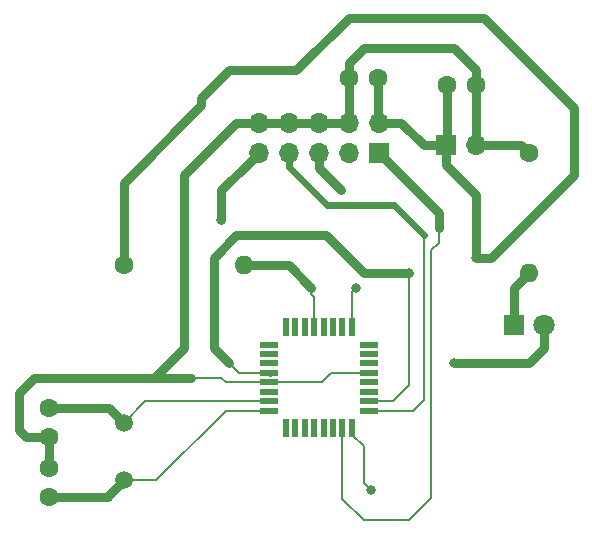
<source format=gbr>
G04 #@! TF.GenerationSoftware,KiCad,Pcbnew,5.1.2-f72e74a~84~ubuntu18.04.1*
G04 #@! TF.CreationDate,2019-08-14T11:41:20+03:00*
G04 #@! TF.ProjectId,atmega328pb_minimal_board,61746d65-6761-4333-9238-70625f6d696e,rev?*
G04 #@! TF.SameCoordinates,Original*
G04 #@! TF.FileFunction,Copper,L1,Top*
G04 #@! TF.FilePolarity,Positive*
%FSLAX46Y46*%
G04 Gerber Fmt 4.6, Leading zero omitted, Abs format (unit mm)*
G04 Created by KiCad (PCBNEW 5.1.2-f72e74a~84~ubuntu18.04.1) date 2019-08-14 11:41:20*
%MOMM*%
%LPD*%
G04 APERTURE LIST*
%ADD10C,1.600000*%
%ADD11R,1.800000X1.800000*%
%ADD12C,1.800000*%
%ADD13R,1.700000X1.700000*%
%ADD14O,1.700000X1.700000*%
%ADD15O,1.600000X1.600000*%
%ADD16R,1.600000X0.550000*%
%ADD17R,0.550000X1.600000*%
%ADD18C,1.500000*%
%ADD19C,0.800000*%
%ADD20C,0.400000*%
%ADD21C,0.800000*%
%ADD22C,0.200000*%
%ADD23C,0.600000*%
G04 APERTURE END LIST*
D10*
X132755000Y-81915000D03*
X135255000Y-81915000D03*
X126960000Y-81280000D03*
X124460000Y-81280000D03*
X99060000Y-109220000D03*
X99060000Y-111720000D03*
X99060000Y-114300000D03*
X99060000Y-116800000D03*
D11*
X138430000Y-102235000D03*
D12*
X140970000Y-102235000D03*
D13*
X127000000Y-87630000D03*
D14*
X127000000Y-85090000D03*
X124460000Y-87630000D03*
X124460000Y-85090000D03*
X121920000Y-87630000D03*
X121920000Y-85090000D03*
X119380000Y-87630000D03*
X119380000Y-85090000D03*
X116840000Y-87630000D03*
X116840000Y-85090000D03*
D10*
X105410000Y-97155000D03*
D15*
X115570000Y-97155000D03*
X139700000Y-97790000D03*
D10*
X139700000Y-87630000D03*
D16*
X117670000Y-103880000D03*
X117670000Y-104680000D03*
X117670000Y-105480000D03*
X117670000Y-106280000D03*
X117670000Y-107080000D03*
X117670000Y-107880000D03*
X117670000Y-108680000D03*
X117670000Y-109480000D03*
D17*
X119120000Y-110930000D03*
X119920000Y-110930000D03*
X120720000Y-110930000D03*
X121520000Y-110930000D03*
X122320000Y-110930000D03*
X123120000Y-110930000D03*
X123920000Y-110930000D03*
X124720000Y-110930000D03*
D16*
X126170000Y-109480000D03*
X126170000Y-108680000D03*
X126170000Y-107880000D03*
X126170000Y-107080000D03*
X126170000Y-106280000D03*
X126170000Y-105480000D03*
X126170000Y-104680000D03*
X126170000Y-103880000D03*
D17*
X124720000Y-102430000D03*
X123920000Y-102430000D03*
X123120000Y-102430000D03*
X122320000Y-102430000D03*
X121520000Y-102430000D03*
X120720000Y-102430000D03*
X119920000Y-102430000D03*
X119120000Y-102430000D03*
D18*
X105410000Y-110490000D03*
X105410000Y-115370000D03*
D13*
X132715000Y-86995000D03*
D14*
X135255000Y-86995000D03*
D19*
X135255000Y-96520000D03*
X129540000Y-97790000D03*
X125095000Y-99060000D03*
X133350000Y-105410000D03*
X123825000Y-90805000D03*
X121285000Y-99060000D03*
X113665000Y-93345000D03*
X126365000Y-116205000D03*
D20*
X117794999Y-106404999D02*
X117670000Y-106280000D01*
D21*
X126960000Y-85050000D02*
X127000000Y-85090000D01*
X126960000Y-81280000D02*
X126960000Y-85050000D01*
X127000000Y-85090000D02*
X128905000Y-85090000D01*
X130810000Y-86995000D02*
X132715000Y-86995000D01*
X128905000Y-85090000D02*
X130810000Y-86995000D01*
X132755000Y-86955000D02*
X132715000Y-86995000D01*
X132755000Y-81915000D02*
X132755000Y-86955000D01*
X132715000Y-86995000D02*
X132715000Y-88645000D01*
X135255000Y-91185000D02*
X135255000Y-96520000D01*
X132715000Y-88645000D02*
X135255000Y-91185000D01*
D22*
X126170000Y-108680000D02*
X128175000Y-108680000D01*
X128175000Y-108680000D02*
X129540000Y-107315000D01*
X129540000Y-107315000D02*
X129540000Y-97790000D01*
D21*
X143510000Y-89535000D02*
X136525000Y-96520000D01*
X143510000Y-83820000D02*
X143510000Y-89535000D01*
X135890000Y-76200000D02*
X143510000Y-83820000D01*
X124460000Y-76200000D02*
X135890000Y-76200000D01*
X136525000Y-96520000D02*
X135255000Y-96520000D01*
X105410000Y-90170000D02*
X111940001Y-83639999D01*
X111940001Y-83639999D02*
X111940001Y-83004999D01*
X111940001Y-83004999D02*
X114300000Y-80645000D01*
X105410000Y-97155000D02*
X105410000Y-90170000D01*
X114300000Y-80645000D02*
X120015000Y-80645000D01*
X120015000Y-80645000D02*
X124460000Y-76200000D01*
X129540000Y-97790000D02*
X125730000Y-97790000D01*
X125730000Y-97790000D02*
X122555000Y-94615000D01*
X122555000Y-94615000D02*
X114935000Y-94615000D01*
X114935000Y-94615000D02*
X113030000Y-96520000D01*
X113030000Y-96520000D02*
X113030000Y-104140000D01*
X113030000Y-104140000D02*
X114300000Y-105410000D01*
D22*
X115170000Y-106280000D02*
X117670000Y-106280000D01*
X114300000Y-105410000D02*
X115170000Y-106280000D01*
D21*
X99060000Y-111720000D02*
X99060000Y-114300000D01*
D22*
X117670000Y-107080000D02*
X122155000Y-107080000D01*
X122955000Y-106280000D02*
X126170000Y-106280000D01*
X122155000Y-107080000D02*
X122955000Y-106280000D01*
D21*
X124460000Y-81280000D02*
X124460000Y-85090000D01*
X116840000Y-85090000D02*
X119380000Y-85090000D01*
X119380000Y-85090000D02*
X121920000Y-85090000D01*
X121920000Y-85090000D02*
X124460000Y-85090000D01*
X99060000Y-111720000D02*
X97115000Y-111720000D01*
X97115000Y-111720000D02*
X96520000Y-111125000D01*
X96520000Y-111125000D02*
X96520000Y-107950000D01*
X96520000Y-107950000D02*
X97790000Y-106680000D01*
D22*
X117670000Y-107080000D02*
X114065000Y-107080000D01*
X113665000Y-106680000D02*
X111125000Y-106680000D01*
X114065000Y-107080000D02*
X113665000Y-106680000D01*
D21*
X116840000Y-85090000D02*
X114935000Y-85090000D01*
X114935000Y-85090000D02*
X110490000Y-89535000D01*
X110490000Y-104140000D02*
X107950000Y-106680000D01*
X97790000Y-106680000D02*
X107950000Y-106680000D01*
X110490000Y-89535000D02*
X110490000Y-104140000D01*
X107950000Y-106680000D02*
X111125000Y-106680000D01*
X135255000Y-81915000D02*
X135255000Y-86995000D01*
X124460000Y-81280000D02*
X124460000Y-80010000D01*
X124460000Y-80010000D02*
X125730000Y-78740000D01*
X125730000Y-78740000D02*
X133350000Y-78740000D01*
X135255000Y-80645000D02*
X135255000Y-81915000D01*
X133350000Y-78740000D02*
X135255000Y-80645000D01*
X139065000Y-86995000D02*
X139700000Y-87630000D01*
X135255000Y-86995000D02*
X139065000Y-86995000D01*
X99060000Y-109220000D02*
X104140000Y-109220000D01*
X104140000Y-109220000D02*
X105410000Y-110490000D01*
D22*
X107220000Y-108680000D02*
X105410000Y-110490000D01*
X117670000Y-108680000D02*
X107220000Y-108680000D01*
D21*
X99060000Y-116800000D02*
X104100000Y-116800000D01*
X104100000Y-116680000D02*
X105410000Y-115370000D01*
X104100000Y-116800000D02*
X104100000Y-116680000D01*
D22*
X105410000Y-115370000D02*
X108150000Y-115370000D01*
X114040000Y-109480000D02*
X117670000Y-109480000D01*
X108150000Y-115370000D02*
X114040000Y-109480000D01*
D21*
X138430000Y-99060000D02*
X139700000Y-97790000D01*
X138430000Y-102235000D02*
X138430000Y-99060000D01*
D22*
X124720000Y-102430000D02*
X124720000Y-99435000D01*
X124720000Y-99435000D02*
X125095000Y-99060000D01*
D21*
X133350000Y-105410000D02*
X139700000Y-105410000D01*
X140970000Y-104140000D02*
X140970000Y-102235000D01*
X139700000Y-105410000D02*
X140970000Y-104140000D01*
X127000000Y-87630000D02*
X128270000Y-88900000D01*
X128270000Y-88900000D02*
X132080000Y-92710000D01*
X132080000Y-92710000D02*
X132080000Y-93980000D01*
D22*
X123920000Y-110930000D02*
X123920000Y-116935000D01*
X125730000Y-118745000D02*
X129540000Y-118745000D01*
X123920000Y-116935000D02*
X125730000Y-118745000D01*
X129540000Y-118745000D02*
X131445000Y-116840000D01*
X132080000Y-95250000D02*
X132080000Y-93980000D01*
X131445000Y-116840000D02*
X131445000Y-95885000D01*
X131445000Y-95885000D02*
X132080000Y-95250000D01*
D21*
X121920000Y-87630000D02*
X121920000Y-88900000D01*
X121920000Y-88900000D02*
X123825000Y-90805000D01*
D22*
X121520000Y-101430000D02*
X121520000Y-102430000D01*
X121520000Y-99860685D02*
X121520000Y-101430000D01*
X121285000Y-99625685D02*
X121520000Y-99860685D01*
X121285000Y-99060000D02*
X121285000Y-99625685D01*
D21*
X119380000Y-97155000D02*
X121285000Y-99060000D01*
X115570000Y-97155000D02*
X119380000Y-97155000D01*
D22*
X126170000Y-109480000D02*
X126740000Y-109480000D01*
X126170000Y-109480000D02*
X129915000Y-109480000D01*
X129915000Y-109480000D02*
X130810000Y-108585000D01*
X130810000Y-108585000D02*
X130810000Y-94615000D01*
D23*
X119380000Y-88832081D02*
X122622919Y-92075000D01*
X119380000Y-87630000D02*
X119380000Y-88832081D01*
X122622919Y-92075000D02*
X128270000Y-92075000D01*
X128270000Y-92075000D02*
X130810000Y-94615000D01*
D21*
X116840000Y-87630000D02*
X115990001Y-88479999D01*
X115990001Y-88479999D02*
X113665000Y-90805000D01*
X113665000Y-90805000D02*
X113665000Y-93345000D01*
D22*
X124720000Y-111500000D02*
X125730000Y-112510000D01*
X124720000Y-110930000D02*
X124720000Y-111500000D01*
X125730000Y-112510000D02*
X125730000Y-115570000D01*
X125730000Y-115570000D02*
X126365000Y-116205000D01*
M02*

</source>
